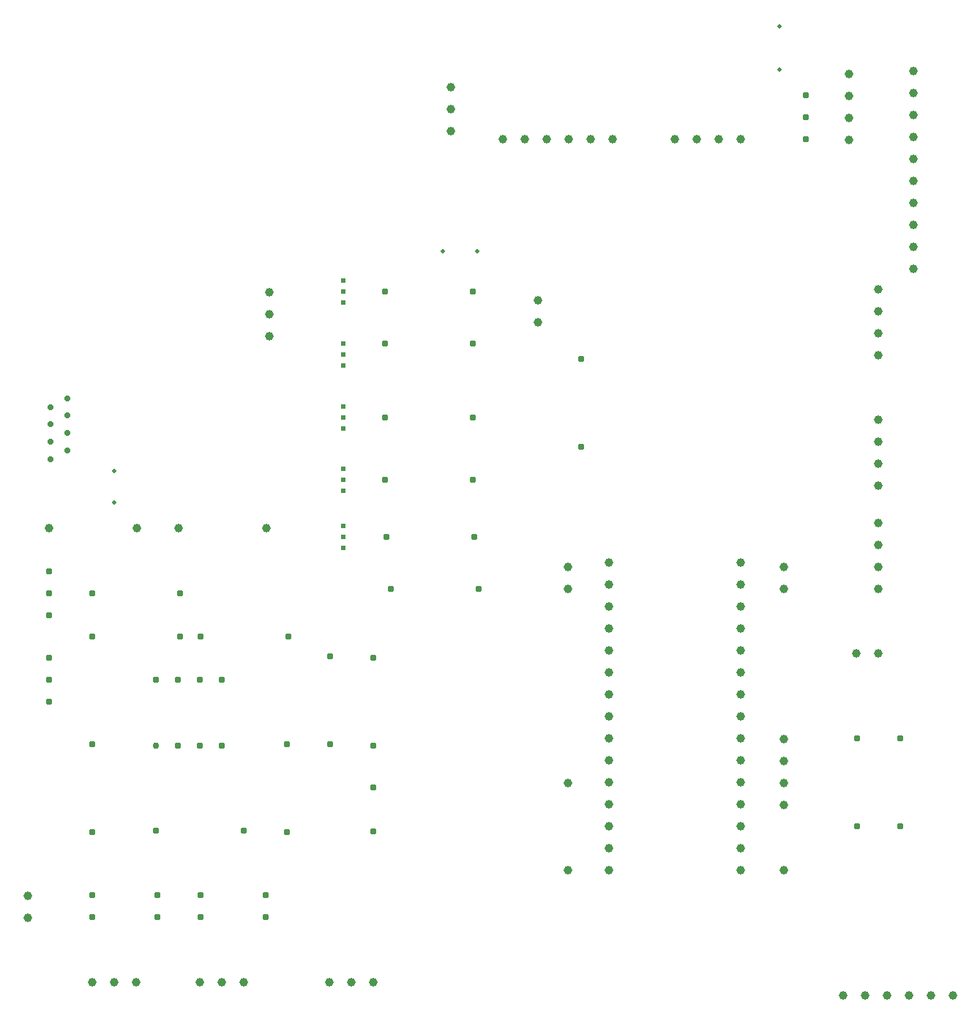
<source format=gbr>
G04 PROTEUS GERBER X2 FILE*
%TF.GenerationSoftware,Labcenter,Proteus,8.8-SP1-Build27031*%
%TF.CreationDate,2021-08-02T14:58:59+00:00*%
%TF.FileFunction,Plated,1,2,PTH*%
%TF.FilePolarity,Positive*%
%TF.Part,Single*%
%TF.SameCoordinates,{c3ce3005-f07b-4d42-96ea-8d11783d6a5d}*%
%FSLAX45Y45*%
%MOMM*%
G01*
%TA.AperFunction,ViaDrill*%
%ADD50C,0.508000*%
%TA.AperFunction,ComponentDrill*%
%ADD51C,1.000000*%
%TA.AperFunction,ComponentDrill*%
%ADD52C,0.990600*%
%TA.AperFunction,ComponentDrill*%
%ADD53C,0.787400*%
%TA.AperFunction,ComponentDrill*%
%ADD54C,0.762000*%
%TA.AperFunction,ComponentDrill*%
%ADD55C,0.711200*%
%TA.AperFunction,ComponentDrill*%
%ADD56C,0.609600*%
%TD.AperFunction*%
D50*
X-11000000Y+6300000D03*
X-11001181Y+6660750D03*
X-7200000Y+9200000D03*
X-6800000Y+9200000D03*
X-3300000Y+11300000D03*
X-3300000Y+11800000D03*
D51*
X-3750000Y+2050000D03*
X-3750000Y+2304000D03*
X-3750000Y+2558000D03*
X-3750000Y+2812000D03*
X-3750000Y+3066000D03*
X-3750000Y+3320000D03*
X-3750000Y+3574000D03*
X-3750000Y+3828000D03*
X-3750000Y+4082000D03*
X-3750000Y+4336000D03*
X-3750000Y+4590000D03*
X-3750000Y+4844000D03*
X-3750000Y+5098000D03*
X-3750000Y+5352000D03*
X-3750000Y+5606000D03*
X-5274000Y+5606000D03*
X-5274000Y+5352000D03*
X-5274000Y+5098000D03*
X-5274000Y+4844000D03*
X-5274000Y+4590000D03*
X-5274000Y+4336000D03*
X-5274000Y+4082000D03*
X-5274000Y+3828000D03*
X-5274000Y+3574000D03*
X-5274000Y+3320000D03*
X-5274000Y+3066000D03*
X-5274000Y+2812000D03*
X-5274000Y+2558000D03*
X-5274000Y+2304000D03*
X-5274000Y+2050000D03*
X-1750000Y+9000000D03*
X-1750000Y+9254000D03*
X-1750000Y+9508000D03*
X-1750000Y+9762000D03*
X-1750000Y+10016000D03*
X-1750000Y+10270000D03*
X-1750000Y+10524000D03*
X-1750000Y+10778000D03*
X-1750000Y+11032000D03*
X-1750000Y+11286000D03*
X-6500000Y+10500000D03*
X-6246000Y+10500000D03*
X-5992000Y+10500000D03*
X-5738000Y+10500000D03*
X-5484000Y+10500000D03*
X-5230000Y+10500000D03*
X-3750000Y+10500000D03*
X-4004000Y+10500000D03*
X-4258000Y+10500000D03*
X-4512000Y+10500000D03*
D52*
X-2500000Y+11250000D03*
X-2500000Y+10996000D03*
X-2500000Y+10742000D03*
X-2500000Y+10488000D03*
D53*
X-3000000Y+10496000D03*
X-3000000Y+11004000D03*
X-3000000Y+10750000D03*
D52*
X-2159000Y+5300000D03*
X-2159000Y+5554000D03*
X-2159000Y+5808000D03*
X-2159000Y+6062000D03*
X-2159000Y+6492000D03*
X-2159000Y+6746000D03*
X-2159000Y+7000000D03*
X-2159000Y+7254000D03*
X-2159000Y+8000000D03*
X-2159000Y+8254000D03*
X-2159000Y+8508000D03*
X-2159000Y+8762000D03*
D53*
X-2409000Y+2550000D03*
X-2409000Y+3566000D03*
X-1909000Y+2550000D03*
X-1909000Y+3566000D03*
D52*
X-3250000Y+3562000D03*
X-3250000Y+3308000D03*
X-3250000Y+3054000D03*
X-3250000Y+2800000D03*
D54*
X-10512000Y+3488000D03*
D53*
X-10258000Y+3488000D03*
X-10004000Y+3488000D03*
X-9750000Y+3488000D03*
X-9750000Y+4250000D03*
X-10004000Y+4250000D03*
X-10258000Y+4250000D03*
X-10512000Y+4250000D03*
D52*
X-10746000Y+750000D03*
X-11000000Y+750000D03*
X-11254000Y+750000D03*
X-9496000Y+750000D03*
X-9750000Y+750000D03*
X-10004000Y+750000D03*
D53*
X-10500000Y+1754000D03*
X-10500000Y+1500000D03*
X-10000000Y+1754000D03*
X-10000000Y+1500000D03*
X-11250000Y+1500000D03*
X-11250000Y+1754000D03*
D52*
X-12000000Y+1750000D03*
X-12000000Y+1496000D03*
D53*
X-9250000Y+1754000D03*
X-9250000Y+1500000D03*
D52*
X-8000000Y+750000D03*
X-8254000Y+750000D03*
X-8508000Y+750000D03*
D53*
X-10516000Y+2500000D03*
X-9500000Y+2500000D03*
X-11250000Y+3500000D03*
X-11250000Y+2484000D03*
X-9000000Y+3500000D03*
X-9000000Y+2484000D03*
X-8000000Y+3000000D03*
X-8000000Y+2492000D03*
X-8000000Y+4500000D03*
X-8000000Y+3484000D03*
X-11250000Y+4750000D03*
X-10234000Y+4750000D03*
X-8984000Y+4750000D03*
X-10000000Y+4750000D03*
X-8500000Y+3500000D03*
X-8500000Y+4516000D03*
X-11250000Y+5250000D03*
X-10234000Y+5250000D03*
X-11750000Y+3996000D03*
X-11750000Y+4504000D03*
X-11750000Y+4250000D03*
X-11750000Y+4996000D03*
X-11750000Y+5504000D03*
X-11750000Y+5250000D03*
D52*
X-9234000Y+6000000D03*
X-10250000Y+6000000D03*
X-11750000Y+6000000D03*
X-10734000Y+6000000D03*
X-2159000Y+4550000D03*
X-2413000Y+4550000D03*
X-5750000Y+2050000D03*
X-5750000Y+3050000D03*
X-5750000Y+5300000D03*
X-5750000Y+5554000D03*
X-3250000Y+2050000D03*
X-3250000Y+5554000D03*
X-3250000Y+5300000D03*
D55*
X-11738500Y+6800000D03*
X-11538500Y+6900000D03*
X-11538500Y+7100000D03*
X-11538500Y+7300000D03*
X-11538500Y+7500000D03*
X-11738500Y+7000000D03*
X-11738500Y+7200000D03*
X-11738500Y+7400000D03*
D53*
X-6834000Y+5900000D03*
X-7850000Y+5900000D03*
X-6850000Y+6555000D03*
X-7866000Y+6555000D03*
X-6846000Y+7282000D03*
X-7862000Y+7282000D03*
X-6846000Y+8136000D03*
X-7862000Y+8136000D03*
X-6846000Y+8736000D03*
X-7862000Y+8736000D03*
D56*
X-8350000Y+6027000D03*
X-8350000Y+5900000D03*
X-8350000Y+5773000D03*
X-8350000Y+6682000D03*
X-8350000Y+6555000D03*
X-8350000Y+6428000D03*
X-8346000Y+7409000D03*
X-8346000Y+7282000D03*
X-8346000Y+7155000D03*
X-8346000Y+8136000D03*
X-8346000Y+8009000D03*
X-8346000Y+7882000D03*
X-8346000Y+8863000D03*
X-8346000Y+8736000D03*
X-8346000Y+8609000D03*
D52*
X-6096000Y+8636000D03*
X-6096000Y+8382000D03*
D53*
X-5600000Y+7955000D03*
X-5600000Y+6939000D03*
D52*
X-9200000Y+8219000D03*
X-9200000Y+8473000D03*
X-9200000Y+8727000D03*
D53*
X-7800000Y+5300000D03*
X-6784000Y+5300000D03*
D51*
X-7100000Y+11100000D03*
X-7100000Y+10846000D03*
X-7100000Y+10592000D03*
X-1300000Y+600000D03*
X-1554000Y+600000D03*
X-1808000Y+600000D03*
X-2062000Y+600000D03*
X-2316000Y+600000D03*
X-2570000Y+600000D03*
M02*

</source>
